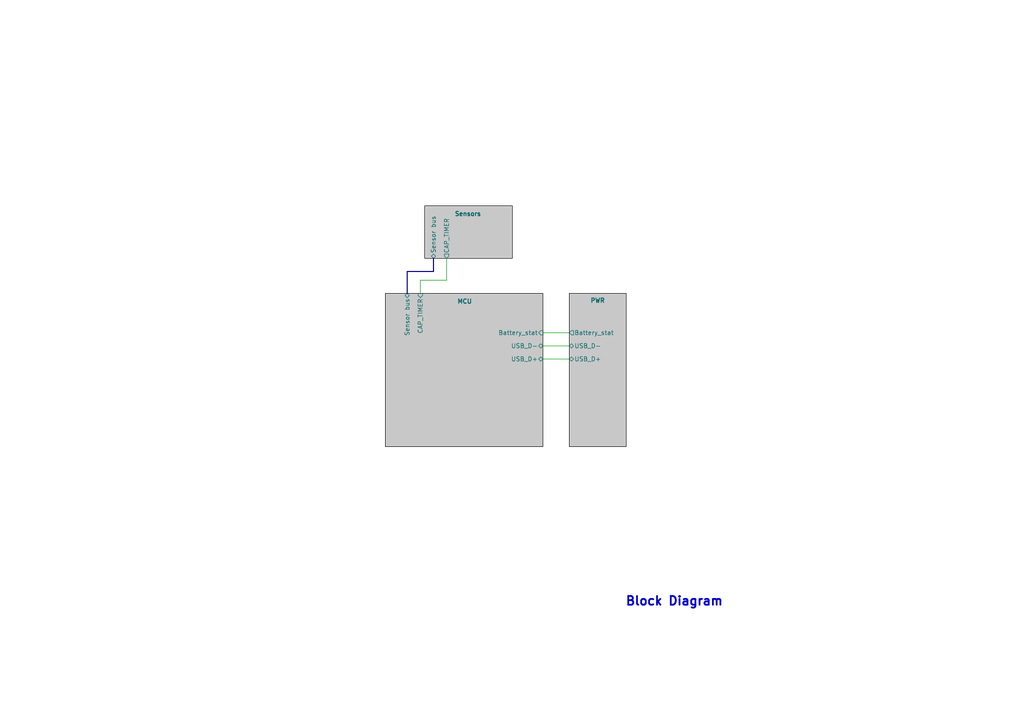
<source format=kicad_sch>
(kicad_sch
	(version 20231120)
	(generator "eeschema")
	(generator_version "8.0")
	(uuid "357055bf-c309-4d6b-a2fa-f5ee5ba59771")
	(paper "A4")
	(lib_symbols)
	(wire
		(pts
			(xy 129.54 74.93) (xy 129.54 81.28)
		)
		(stroke
			(width 0)
			(type default)
		)
		(uuid "06c66bbe-4678-404f-8100-8e49d09ab378")
	)
	(bus
		(pts
			(xy 118.11 78.74) (xy 118.11 85.09)
		)
		(stroke
			(width 0)
			(type default)
		)
		(uuid "2c658211-339c-41c3-82e4-89cd50a87590")
	)
	(wire
		(pts
			(xy 129.54 81.28) (xy 121.92 81.28)
		)
		(stroke
			(width 0)
			(type default)
		)
		(uuid "3a128a6a-6842-4b9e-8eeb-26d0b281aa1c")
	)
	(wire
		(pts
			(xy 157.48 96.52) (xy 165.1 96.52)
		)
		(stroke
			(width 0)
			(type default)
		)
		(uuid "54195393-64e4-49db-bd65-c12e5ad12ecf")
	)
	(bus
		(pts
			(xy 125.73 74.93) (xy 125.73 78.74)
		)
		(stroke
			(width 0)
			(type default)
		)
		(uuid "5a99d9d1-35b4-4f30-8be5-4ba6eec12f24")
	)
	(wire
		(pts
			(xy 157.48 104.14) (xy 165.1 104.14)
		)
		(stroke
			(width 0)
			(type default)
		)
		(uuid "728e19e1-184e-4805-984f-5742fbd61bf9")
	)
	(bus
		(pts
			(xy 125.73 78.74) (xy 118.11 78.74)
		)
		(stroke
			(width 0)
			(type default)
		)
		(uuid "7b56c7aa-b49e-4fc2-8d48-a9cd3b2212fa")
	)
	(wire
		(pts
			(xy 157.48 100.33) (xy 165.1 100.33)
		)
		(stroke
			(width 0)
			(type default)
		)
		(uuid "e19e71c4-bb7a-4374-a354-700dd537ad7f")
	)
	(wire
		(pts
			(xy 121.92 81.28) (xy 121.92 85.09)
		)
		(stroke
			(width 0)
			(type default)
		)
		(uuid "e7179f76-078a-4ea7-ada9-085ce98a282c")
	)
	(text "Block Diagram"
		(exclude_from_sim no)
		(at 195.58 174.498 0)
		(effects
			(font
				(size 2.54 2.54)
				(thickness 0.508)
				(bold yes)
			)
		)
		(uuid "42ca1860-d235-4169-9410-ce2a60d6a4b7")
	)
	(sheet
		(at 123.19 59.69)
		(size 25.4 15.24)
		(stroke
			(width 0.1524)
			(type solid)
			(color 0 0 0 1)
		)
		(fill
			(color 200 200 200 1.0000)
		)
		(uuid "673b6cbc-4dd8-4397-ae5a-9b0518551eea")
		(property "Sheetname" "Sensors"
			(at 131.826 62.738 0)
			(effects
				(font
					(size 1.27 1.27)
					(thickness 0.254)
					(bold yes)
				)
				(justify left bottom)
			)
		)
		(property "Sheetfile" "sensors.kicad_sch"
			(at 123.19 78.0546 0)
			(effects
				(font
					(size 1.27 1.27)
				)
				(justify left top)
				(hide yes)
			)
		)
		(pin "Sensor bus" bidirectional
			(at 125.73 74.93 270)
			(effects
				(font
					(size 1.27 1.27)
				)
				(justify left)
			)
			(uuid "bbb54b3a-e4e2-49b1-bf1c-92c74b3c7cfa")
		)
		(pin "CAP_TIMER" output
			(at 129.54 74.93 270)
			(effects
				(font
					(size 1.27 1.27)
				)
				(justify left)
			)
			(uuid "bb1a7407-df7d-48ac-9c83-1c99d4948e36")
		)
		(instances
			(project "Plant-health-meter"
				(path "/357055bf-c309-4d6b-a2fa-f5ee5ba59771"
					(page "5")
				)
			)
		)
	)
	(sheet
		(at 165.1 85.09)
		(size 16.51 44.45)
		(stroke
			(width 0.1524)
			(type solid)
			(color 0 0 0 1)
		)
		(fill
			(color 200 200 200 1.0000)
		)
		(uuid "98819006-dc75-4aad-a220-e6960b29e68b")
		(property "Sheetname" "PWR"
			(at 171.196 87.884 0)
			(effects
				(font
					(size 1.27 1.27)
					(thickness 0.254)
					(bold yes)
				)
				(justify left bottom)
			)
		)
		(property "Sheetfile" "pwr.kicad_sch"
			(at 165.1 158.0646 0)
			(effects
				(font
					(size 1.27 1.27)
				)
				(justify left top)
				(hide yes)
			)
		)
		(pin "Battery_stat" output
			(at 165.1 96.52 180)
			(effects
				(font
					(size 1.27 1.27)
				)
				(justify left)
			)
			(uuid "3634b4a1-63f3-415a-a359-ba29971a97e9")
		)
		(pin "USB_D+" bidirectional
			(at 165.1 104.14 180)
			(effects
				(font
					(size 1.27 1.27)
				)
				(justify left)
			)
			(uuid "afe722e5-5fc8-49c1-a168-630458703acc")
		)
		(pin "USB_D-" bidirectional
			(at 165.1 100.33 180)
			(effects
				(font
					(size 1.27 1.27)
				)
				(justify left)
			)
			(uuid "70d5b646-2b59-444a-8978-229457767e9b")
		)
		(instances
			(project "Plant-health-meter"
				(path "/357055bf-c309-4d6b-a2fa-f5ee5ba59771"
					(page "2")
				)
			)
		)
	)
	(sheet
		(at 111.76 85.09)
		(size 45.72 44.45)
		(stroke
			(width 0.1524)
			(type solid)
			(color 0 0 0 1)
		)
		(fill
			(color 200 200 200 1.0000)
		)
		(uuid "f878f43f-0ef0-4ca5-9286-ff16b4b716af")
		(property "Sheetname" "MCU"
			(at 132.588 88.138 0)
			(effects
				(font
					(size 1.27 1.27)
					(thickness 0.254)
					(bold yes)
				)
				(justify left bottom)
			)
		)
		(property "Sheetfile" "mcu.kicad_sch"
			(at 111.76 130.1246 0)
			(effects
				(font
					(size 1.27 1.27)
				)
				(justify left top)
				(hide yes)
			)
		)
		(pin "Sensor bus" bidirectional
			(at 118.11 85.09 90)
			(effects
				(font
					(size 1.27 1.27)
				)
				(justify right)
			)
			(uuid "11bbb785-4a11-4144-9826-d8e25f31131c")
		)
		(pin "Battery_stat" input
			(at 157.48 96.52 0)
			(effects
				(font
					(size 1.27 1.27)
				)
				(justify right)
			)
			(uuid "71936e84-7d7a-400b-92ad-27dbc0956a7b")
		)
		(pin "CAP_TIMER" input
			(at 121.92 85.09 90)
			(effects
				(font
					(size 1.27 1.27)
				)
				(justify right)
			)
			(uuid "673eaff0-1205-4050-aa01-bb89c88293d6")
		)
		(pin "USB_D-" bidirectional
			(at 157.48 100.33 0)
			(effects
				(font
					(size 1.27 1.27)
				)
				(justify right)
			)
			(uuid "884662ff-a17d-4044-8af6-fe695af3933d")
		)
		(pin "USB_D+" bidirectional
			(at 157.48 104.14 0)
			(effects
				(font
					(size 1.27 1.27)
				)
				(justify right)
			)
			(uuid "73d5494d-6735-4fe9-a652-3c7ac6eb657e")
		)
		(instances
			(project "Plant-health-meter"
				(path "/357055bf-c309-4d6b-a2fa-f5ee5ba59771"
					(page "3")
				)
			)
		)
	)
	(sheet_instances
		(path "/"
			(page "1")
		)
	)
)

</source>
